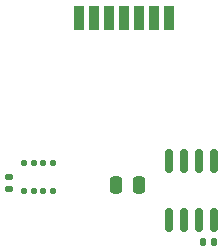
<source format=gbr>
%TF.GenerationSoftware,KiCad,Pcbnew,(6.0.9)*%
%TF.CreationDate,2022-11-26T14:04:05+01:00*%
%TF.ProjectId,SEN_PCB,53454e5f-5043-4422-9e6b-696361645f70,rev?*%
%TF.SameCoordinates,Original*%
%TF.FileFunction,Paste,Top*%
%TF.FilePolarity,Positive*%
%FSLAX46Y46*%
G04 Gerber Fmt 4.6, Leading zero omitted, Abs format (unit mm)*
G04 Created by KiCad (PCBNEW (6.0.9)) date 2022-11-26 14:04:05*
%MOMM*%
%LPD*%
G01*
G04 APERTURE LIST*
G04 Aperture macros list*
%AMRoundRect*
0 Rectangle with rounded corners*
0 $1 Rounding radius*
0 $2 $3 $4 $5 $6 $7 $8 $9 X,Y pos of 4 corners*
0 Add a 4 corners polygon primitive as box body*
4,1,4,$2,$3,$4,$5,$6,$7,$8,$9,$2,$3,0*
0 Add four circle primitives for the rounded corners*
1,1,$1+$1,$2,$3*
1,1,$1+$1,$4,$5*
1,1,$1+$1,$6,$7*
1,1,$1+$1,$8,$9*
0 Add four rect primitives between the rounded corners*
20,1,$1+$1,$2,$3,$4,$5,0*
20,1,$1+$1,$4,$5,$6,$7,0*
20,1,$1+$1,$6,$7,$8,$9,0*
20,1,$1+$1,$8,$9,$2,$3,0*%
G04 Aperture macros list end*
%ADD10R,0.900000X2.000000*%
%ADD11RoundRect,0.150000X-0.150000X0.825000X-0.150000X-0.825000X0.150000X-0.825000X0.150000X0.825000X0*%
%ADD12RoundRect,0.250000X0.250000X0.475000X-0.250000X0.475000X-0.250000X-0.475000X0.250000X-0.475000X0*%
%ADD13RoundRect,0.140000X0.170000X-0.140000X0.170000X0.140000X-0.170000X0.140000X-0.170000X-0.140000X0*%
%ADD14RoundRect,0.140000X0.140000X0.170000X-0.140000X0.170000X-0.140000X-0.170000X0.140000X-0.170000X0*%
%ADD15RoundRect,0.125000X-0.125000X-0.137500X0.125000X-0.137500X0.125000X0.137500X-0.125000X0.137500X0*%
G04 APERTURE END LIST*
D10*
%TO.C,J1*%
X72440000Y-62380000D03*
X73710000Y-62380000D03*
X74980000Y-62380000D03*
X76250000Y-62380000D03*
X77520000Y-62380000D03*
X78790000Y-62380000D03*
X80060000Y-62380000D03*
%TD*%
D11*
%TO.C,U2*%
X83870800Y-74563200D03*
X82600800Y-74563200D03*
X81330800Y-74563200D03*
X80060800Y-74563200D03*
X80060800Y-79513200D03*
X81330800Y-79513200D03*
X82600800Y-79513200D03*
X83870800Y-79513200D03*
%TD*%
D12*
%TO.C,C3*%
X77480200Y-76581000D03*
X75580200Y-76581000D03*
%TD*%
D13*
%TO.C,C1*%
X66486400Y-76875200D03*
X66486400Y-75915200D03*
%TD*%
D14*
%TO.C,C2*%
X83868200Y-81407000D03*
X82908200Y-81407000D03*
%TD*%
D15*
%TO.C,U1*%
X67786400Y-74707700D03*
X68586400Y-74707700D03*
X69386400Y-74707700D03*
X70186400Y-74707700D03*
X70186400Y-77082700D03*
X69386400Y-77082700D03*
X68586400Y-77082700D03*
X67786400Y-77082700D03*
%TD*%
M02*

</source>
